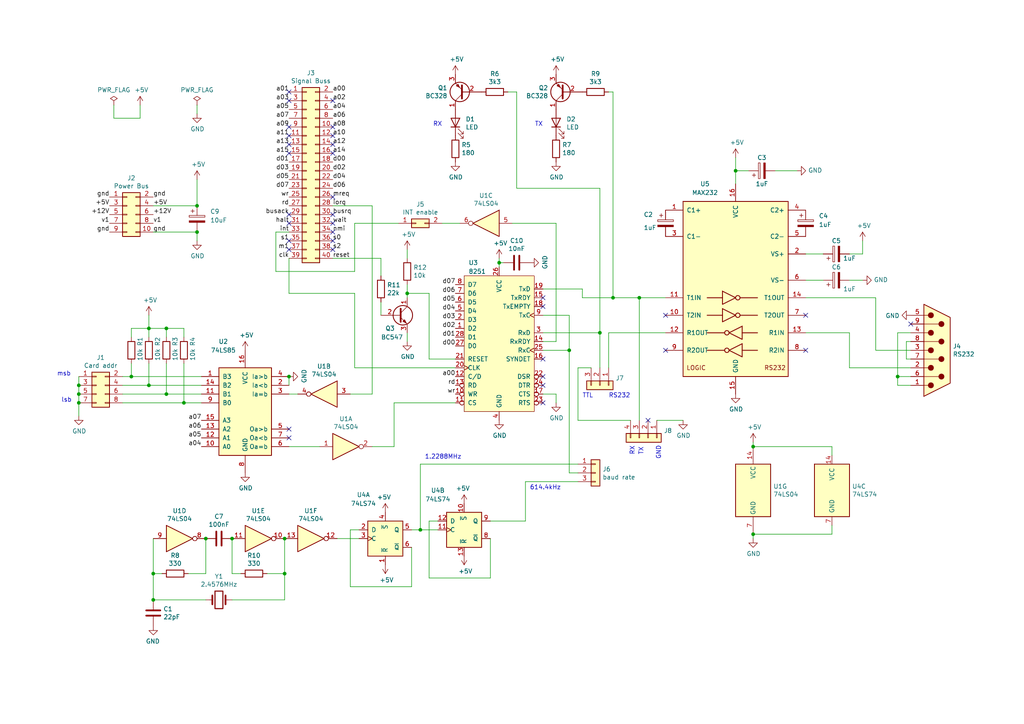
<source format=kicad_sch>
(kicad_sch (version 20211123) (generator eeschema)
  (paper "A4")
  (title_block (title "USART Card for Z80 Modular Computer"))
  (lib_symbols
    (symbol "74xx:74LS04"
      (property "Reference" "U" (at 0 1.27 0))
      (property "Value" "74LS04" (at 0 -1.27 0))
      (symbol "74LS04_1_0"
        (pin input line (at -7.62 0 0) (length 3.81) (name "~") (number "1"))
        (pin output inverted (at 7.62 0 180) (length 3.81) (name "~") (number "2"))
      )
      (symbol "74LS04_2_0"
        (pin input line (at -7.62 0 0) (length 3.81) (name "~") (number "3"))
        (pin output inverted (at 7.62 0 180) (length 3.81) (name "~") (number "4"))
      )
      (symbol "74LS04_3_0"
        (pin input line (at -7.62 0 0) (length 3.81) (name "~") (number "5"))
        (pin output inverted (at 7.62 0 180) (length 3.81) (name "~") (number "6"))
      )
      (symbol "74LS04_4_0"
        (pin output inverted (at 7.62 0 180) (length 3.81) (name "~") (number "8"))
        (pin input line (at -7.62 0 0) (length 3.81) (name "~") (number "9"))
      )
      (symbol "74LS04_5_0"
        (pin output inverted (at 7.62 0 180) (length 3.81) (name "~") (number "10"))
        (pin input line (at -7.62 0 0) (length 3.81) (name "~") (number "11"))
      )
      (symbol "74LS04_6_0"
        (pin output inverted (at 7.62 0 180) (length 3.81) (name "~") (number "12"))
        (pin input line (at -7.62 0 0) (length 3.81) (name "~") (number "13"))
      )
      (symbol "74LS04_7_0"
        (pin power_in line (at 0 12.7 270) (length 5.08) (name "VCC") (number "14"))
        (pin power_in line (at 0 -12.7 90) (length 5.08) (name "GND") (number "7"))
      )
    )
    (symbol "74xx:74LS74" (pin_names (offset 1.016))
      (property "Reference" "U" (at -7.62 8.89 0))
      (property "Value" "74LS74" (at -7.62 -8.89 0))
      (symbol "74LS74_1_0"
        (pin input line (at 0 -7.62 90) (length 2.54) (name "~{R}") (number "1"))
        (pin input line (at -7.62 2.54 0) (length 2.54) (name "D") (number "2"))
        (pin input clock (at -7.62 0 0) (length 2.54) (name "C") (number "3"))
        (pin input line (at 0 7.62 270) (length 2.54) (name "~{S}") (number "4"))
        (pin output line (at 7.62 2.54 180) (length 2.54) (name "Q") (number "5"))
        (pin output line (at 7.62 -2.54 180) (length 2.54) (name "~{Q}") (number "6"))
      )
      (symbol "74LS74_2_0"
        (pin input line (at 0 7.62 270) (length 2.54) (name "~{S}") (number "10"))
        (pin input clock (at -7.62 0 0) (length 2.54) (name "C") (number "11"))
        (pin input line (at -7.62 2.54 0) (length 2.54) (name "D") (number "12"))
        (pin input line (at 0 -7.62 90) (length 2.54) (name "~{R}") (number "13"))
        (pin output line (at 7.62 -2.54 180) (length 2.54) (name "~{Q}") (number "8"))
        (pin output line (at 7.62 2.54 180) (length 2.54) (name "Q") (number "9"))
      )
      (symbol "74LS74_3_0"
        (pin power_in line (at 0 10.16 270) (length 2.54) (name "VCC") (number "14"))
        (pin power_in line (at 0 -10.16 90) (length 2.54) (name "GND") (number "7"))
      )
    )
    (symbol "74xx:74LS85" (pin_names (offset 1.016))
      (property "Reference" "U" (at -7.62 13.97 0))
      (property "Value" "74LS85" (at -7.62 -13.97 0))
      (symbol "74LS85_1_0"
        (pin input line (at -12.7 10.16 0) (length 5.08) (name "B3") (number "1"))
        (pin input line (at -12.7 -10.16 0) (length 5.08) (name "A0") (number "10"))
        (pin input line (at -12.7 5.08 0) (length 5.08) (name "B1") (number "11"))
        (pin input line (at -12.7 -7.62 0) (length 5.08) (name "A1") (number "12"))
        (pin input line (at -12.7 -5.08 0) (length 5.08) (name "A2") (number "13"))
        (pin input line (at -12.7 7.62 0) (length 5.08) (name "B2") (number "14"))
        (pin input line (at -12.7 -2.54 0) (length 5.08) (name "A3") (number "15"))
        (pin power_in line (at 0 17.78 270) (length 5.08) (name "VCC") (number "16"))
        (pin input line (at 12.7 7.62 180) (length 5.08) (name "Ia<b") (number "2"))
        (pin input line (at 12.7 5.08 180) (length 5.08) (name "Ia=b") (number "3"))
        (pin input line (at 12.7 10.16 180) (length 5.08) (name "Ia>b") (number "4"))
        (pin output line (at 12.7 -5.08 180) (length 5.08) (name "Oa>b") (number "5"))
        (pin output line (at 12.7 -10.16 180) (length 5.08) (name "Oa=b") (number "6"))
        (pin output line (at 12.7 -7.62 180) (length 5.08) (name "Oa<b") (number "7"))
        (pin power_in line (at 0 -17.78 90) (length 5.08) (name "GND") (number "8"))
        (pin input line (at -12.7 2.54 0) (length 5.08) (name "B0") (number "9"))
      )
    )
    (symbol "Connector:DB9_Male" (pin_names (offset 1.016) hide)
      (property "Reference" "J" (at 0 13.97 0))
      (property "Value" "DB9_Male" (at 0 -14.605 0))
      (symbol "DB9_Male_1_1"
        (pin passive line (at -7.62 -10.16 0) (length 3.81) (name "1") (number "1"))
        (pin passive line (at -7.62 -5.08 0) (length 3.81) (name "2") (number "2"))
        (pin passive line (at -7.62 0 0) (length 3.81) (name "3") (number "3"))
        (pin passive line (at -7.62 5.08 0) (length 3.81) (name "4") (number "4"))
        (pin passive line (at -7.62 10.16 0) (length 3.81) (name "5") (number "5"))
        (pin passive line (at -7.62 -7.62 0) (length 3.81) (name "6") (number "6"))
        (pin passive line (at -7.62 -2.54 0) (length 3.81) (name "7") (number "7"))
        (pin passive line (at -7.62 2.54 0) (length 3.81) (name "8") (number "8"))
        (pin passive line (at -7.62 7.62 0) (length 3.81) (name "9") (number "9"))
      )
    )
    (symbol "Connector_Generic:Conn_01x03" (pin_names (offset 1.016) hide)
      (property "Reference" "J" (at 0 5.08 0))
      (property "Value" "Conn_01x03" (at 0 -5.08 0))
      (symbol "Conn_01x03_1_1"
        (pin passive line (at -5.08 2.54 0) (length 3.81) (name "Pin_1") (number "1"))
        (pin passive line (at -5.08 0 0) (length 3.81) (name "Pin_2") (number "2"))
        (pin passive line (at -5.08 -2.54 0) (length 3.81) (name "Pin_3") (number "3"))
      )
    )
    (symbol "Connector_Generic:Conn_01x04" (pin_names (offset 1.016) hide)
      (property "Reference" "J" (at 0 5.08 0))
      (property "Value" "Conn_01x04" (at 0 -7.62 0))
      (symbol "Conn_01x04_1_1"
        (pin passive line (at -5.08 2.54 0) (length 3.81) (name "Pin_1") (number "1"))
        (pin passive line (at -5.08 0 0) (length 3.81) (name "Pin_2") (number "2"))
        (pin passive line (at -5.08 -2.54 0) (length 3.81) (name "Pin_3") (number "3"))
        (pin passive line (at -5.08 -5.08 0) (length 3.81) (name "Pin_4") (number "4"))
      )
    )
    (symbol "Connector_Generic:Conn_02x01" (pin_names (offset 1.016) hide)
      (property "Reference" "J" (at 1.27 2.54 0))
      (property "Value" "Conn_02x01" (at 1.27 -2.54 0))
      (symbol "Conn_02x01_1_1"
        (pin passive line (at -5.08 0 0) (length 3.81) (name "Pin_1") (number "1"))
        (pin passive line (at 7.62 0 180) (length 3.81) (name "Pin_2") (number "2"))
      )
    )
    (symbol "Connector_Generic:Conn_02x04_Odd_Even" (pin_names (offset 1.016) hide)
      (property "Reference" "J" (at 1.27 5.08 0))
      (property "Value" "Conn_02x04_Odd_Even" (at 1.27 -7.62 0))
      (symbol "Conn_02x04_Odd_Even_1_1"
        (pin passive line (at -5.08 2.54 0) (length 3.81) (name "Pin_1") (number "1"))
        (pin passive line (at 7.62 2.54 180) (length 3.81) (name "Pin_2") (number "2"))
        (pin passive line (at -5.08 0 0) (length 3.81) (name "Pin_3") (number "3"))
        (pin passive line (at 7.62 0 180) (length 3.81) (name "Pin_4") (number "4"))
        (pin passive line (at -5.08 -2.54 0) (length 3.81) (name "Pin_5") (number "5"))
        (pin passive line (at 7.62 -2.54 180) (length 3.81) (name "Pin_6") (number "6"))
        (pin passive line (at -5.08 -5.08 0) (length 3.81) (name "Pin_7") (number "7"))
        (pin passive line (at 7.62 -5.08 180) (length 3.81) (name "Pin_8") (number "8"))
      )
    )
    (symbol "Connector_Generic:Conn_02x05_Odd_Even" (pin_names (offset 1.016) hide)
      (property "Reference" "J" (at 1.27 7.62 0))
      (property "Value" "Conn_02x05_Odd_Even" (at 1.27 -7.62 0))
      (symbol "Conn_02x05_Odd_Even_1_1"
        (pin passive line (at -5.08 5.08 0) (length 3.81) (name "Pin_1") (number "1"))
        (pin passive line (at 7.62 -5.08 180) (length 3.81) (name "Pin_10") (number "10"))
        (pin passive line (at 7.62 5.08 180) (length 3.81) (name "Pin_2") (number "2"))
        (pin passive line (at -5.08 2.54 0) (length 3.81) (name "Pin_3") (number "3"))
        (pin passive line (at 7.62 2.54 180) (length 3.81) (name "Pin_4") (number "4"))
        (pin passive line (at -5.08 0 0) (length 3.81) (name "Pin_5") (number "5"))
        (pin passive line (at 7.62 0 180) (length 3.81) (name "Pin_6") (number "6"))
        (pin passive line (at -5.08 -2.54 0) (length 3.81) (name "Pin_7") (number "7"))
        (pin passive line (at 7.62 -2.54 180) (length 3.81) (name "Pin_8") (number "8"))
        (pin passive line (at -5.08 -5.08 0) (length 3.81) (name "Pin_9") (number "9"))
      )
    )
    (symbol "Connector_Generic:Conn_02x20_Odd_Even" (pin_names (offset 1.016) hide)
      (property "Reference" "J" (at 1.27 25.4 0))
      (property "Value" "Conn_02x20_Odd_Even" (at 1.27 -27.94 0))
      (symbol "Conn_02x20_Odd_Even_1_1"
        (pin passive line (at -5.08 22.86 0) (length 3.81) (name "Pin_1") (number "1"))
        (pin passive line (at 7.62 12.7 180) (length 3.81) (name "Pin_10") (number "10"))
        (pin passive line (at -5.08 10.16 0) (length 3.81) (name "Pin_11") (number "11"))
        (pin passive line (at 7.62 10.16 180) (length 3.81) (name "Pin_12") (number "12"))
        (pin passive line (at -5.08 7.62 0) (length 3.81) (name "Pin_13") (number "13"))
        (pin passive line (at 7.62 7.62 180) (length 3.81) (name "Pin_14") (number "14"))
        (pin passive line (at -5.08 5.08 0) (length 3.81) (name "Pin_15") (number "15"))
        (pin passive line (at 7.62 5.08 180) (length 3.81) (name "Pin_16") (number "16"))
        (pin passive line (at -5.08 2.54 0) (length 3.81) (name "Pin_17") (number "17"))
        (pin passive line (at 7.62 2.54 180) (length 3.81) (name "Pin_18") (number "18"))
        (pin passive line (at -5.08 0 0) (length 3.81) (name "Pin_19") (number "19"))
        (pin passive line (at 7.62 22.86 180) (length 3.81) (name "Pin_2") (number "2"))
        (pin passive line (at 7.62 0 180) (length 3.81) (name "Pin_20") (number "20"))
        (pin passive line (at -5.08 -2.54 0) (length 3.81) (name "Pin_21") (number "21"))
        (pin passive line (at 7.62 -2.54 180) (length 3.81) (name "Pin_22") (number "22"))
        (pin passive line (at -5.08 -5.08 0) (length 3.81) (name "Pin_23") (number "23"))
        (pin passive line (at 7.62 -5.08 180) (length 3.81) (name "Pin_24") (number "24"))
        (pin passive line (at -5.08 -7.62 0) (length 3.81) (name "Pin_25") (number "25"))
        (pin passive line (at 7.62 -7.62 180) (length 3.81) (name "Pin_26") (number "26"))
        (pin passive line (at -5.08 -10.16 0) (length 3.81) (name "Pin_27") (number "27"))
        (pin passive line (at 7.62 -10.16 180) (length 3.81) (name "Pin_28") (number "28"))
        (pin passive line (at -5.08 -12.7 0) (length 3.81) (name "Pin_29") (number "29"))
        (pin passive line (at -5.08 20.32 0) (length 3.81) (name "Pin_3") (number "3"))
        (pin passive line (at 7.62 -12.7 180) (length 3.81) (name "Pin_30") (number "30"))
        (pin passive line (at -5.08 -15.24 0) (length 3.81) (name "Pin_31") (number "31"))
        (pin passive line (at 7.62 -15.24 180) (length 3.81) (name "Pin_32") (number "32"))
        (pin passive line (at -5.08 -17.78 0) (length 3.81) (name "Pin_33") (number "33"))
        (pin passive line (at 7.62 -17.78 180) (length 3.81) (name "Pin_34") (number "34"))
        (pin passive line (at -5.08 -20.32 0) (length 3.81) (name "Pin_35") (number "35"))
        (pin passive line (at 7.62 -20.32 180) (length 3.81) (name "Pin_36") (number "36"))
        (pin passive line (at -5.08 -22.86 0) (length 3.81) (name "Pin_37") (number "37"))
        (pin passive line (at 7.62 -22.86 180) (length 3.81) (name "Pin_38") (number "38"))
        (pin passive line (at -5.08 -25.4 0) (length 3.81) (name "Pin_39") (number "39"))
        (pin passive line (at 7.62 20.32 180) (length 3.81) (name "Pin_4") (number "4"))
        (pin passive line (at 7.62 -25.4 180) (length 3.81) (name "Pin_40") (number "40"))
        (pin passive line (at -5.08 17.78 0) (length 3.81) (name "Pin_5") (number "5"))
        (pin passive line (at 7.62 17.78 180) (length 3.81) (name "Pin_6") (number "6"))
        (pin passive line (at -5.08 15.24 0) (length 3.81) (name "Pin_7") (number "7"))
        (pin passive line (at 7.62 15.24 180) (length 3.81) (name "Pin_8") (number "8"))
        (pin passive line (at -5.08 12.7 0) (length 3.81) (name "Pin_9") (number "9"))
      )
    )
    (symbol "Device:C" (pin_numbers hide) (pin_names (offset 0.254))
      (property "Reference" "C" (at 0.635 2.54 0))
      (property "Value" "C" (at 0.635 -2.54 0))
      (symbol "C_1_1"
        (pin passive line (at 0 3.81 270) (length 2.794) (name "~") (number "1"))
        (pin passive line (at 0 -3.81 90) (length 2.794) (name "~") (number "2"))
      )
    )
    (symbol "Device:C_Polarized" (pin_numbers hide) (pin_names (offset 0.254))
      (property "Reference" "C" (at 0.635 2.54 0))
      (property "Value" "C_Polarized" (at 0.635 -2.54 0))
      (symbol "C_Polarized_1_1"
        (pin passive line (at 0 3.81 270) (length 2.794) (name "~") (number "1"))
        (pin passive line (at 0 -3.81 90) (length 2.794) (name "~") (number "2"))
      )
    )
    (symbol "Device:Crystal" (pin_numbers hide) (pin_names (offset 1.016) hide)
      (property "Reference" "Y" (at 0 3.81 0))
      (property "Value" "Crystal" (at 0 -3.81 0))
      (symbol "Crystal_1_1"
        (pin passive line (at -3.81 0 0) (length 1.27) (name "1") (number "1"))
        (pin passive line (at 3.81 0 180) (length 1.27) (name "2") (number "2"))
      )
    )
    (symbol "Device:LED" (pin_numbers hide) (pin_names (offset 1.016) hide)
      (property "Reference" "D" (at 0 2.54 0))
      (property "Value" "LED" (at 0 -2.54 0))
      (symbol "LED_1_1"
        (pin passive line (at -3.81 0 0) (length 2.54) (name "K") (number "1"))
        (pin passive line (at 3.81 0 180) (length 2.54) (name "A") (number "2"))
      )
    )
    (symbol "Device:R" (pin_numbers hide) (pin_names (offset 0))
      (property "Reference" "R" (at 2.032 0 90))
      (property "Value" "R" (at 0 0 90))
      (symbol "R_1_1"
        (pin passive line (at 0 3.81 270) (length 1.27) (name "~") (number "1"))
        (pin passive line (at 0 -3.81 90) (length 1.27) (name "~") (number "2"))
      )
    )
    (symbol "Interface_UART:MAX232" (pin_names (offset 1.016))
      (property "Reference" "U" (at -2.54 28.575 0))
      (property "Value" "MAX232" (at -2.54 26.67 0))
      (symbol "MAX232_0_0"
        (text "LOGIC" (at -11.43 -22.86 0) (effects (font (size 1.27 1.27))))
        (text "RS232" (at 11.43 -22.86 0) (effects (font (size 1.27 1.27))))
      )
      (symbol "MAX232_1_1"
        (pin passive line (at -20.32 22.86 0) (length 5.08) (name "C1+") (number "1"))
        (pin input line (at -20.32 -7.62 0) (length 5.08) (name "T2IN") (number "10"))
        (pin input line (at -20.32 -2.54 0) (length 5.08) (name "T1IN") (number "11"))
        (pin output line (at -20.32 -12.7 0) (length 5.08) (name "R1OUT") (number "12"))
        (pin input line (at 20.32 -12.7 180) (length 5.08) (name "R1IN") (number "13"))
        (pin output line (at 20.32 -2.54 180) (length 5.08) (name "T1OUT") (number "14"))
        (pin power_in line (at 0 -30.48 90) (length 5.08) (name "GND") (number "15"))
        (pin power_in line (at 0 30.48 270) (length 5.08) (name "VCC") (number "16"))
        (pin power_out line (at 20.32 10.16 180) (length 5.08) (name "VS+") (number "2"))
        (pin passive line (at -20.32 15.24 0) (length 5.08) (name "C1-") (number "3"))
        (pin passive line (at 20.32 22.86 180) (length 5.08) (name "C2+") (number "4"))
        (pin passive line (at 20.32 15.24 180) (length 5.08) (name "C2-") (number "5"))
        (pin power_out line (at 20.32 2.54 180) (length 5.08) (name "VS-") (number "6"))
        (pin output line (at 20.32 -7.62 180) (length 5.08) (name "T2OUT") (number "7"))
        (pin input line (at 20.32 -17.78 180) (length 5.08) (name "R2IN") (number "8"))
        (pin output line (at -20.32 -17.78 0) (length 5.08) (name "R2OUT") (number "9"))
      )
    )
    (symbol "Transistor_BJT:BC328" (pin_names (offset 0) hide)
      (property "Reference" "Q" (at 5.08 1.905 0))
      (property "Value" "BC328" (at 5.08 0 0))
      (symbol "BC328_1_1"
        (pin passive line (at 2.54 5.08 270) (length 2.54) (name "C") (number "1"))
        (pin input line (at -5.08 0 0) (length 5.715) (name "B") (number "2"))
        (pin passive line (at 2.54 -5.08 90) (length 2.54) (name "E") (number "3"))
      )
    )
    (symbol "Transistor_BJT:BC547" (pin_names (offset 0) hide)
      (property "Reference" "Q" (at 5.08 1.905 0))
      (property "Value" "BC547" (at 5.08 0 0))
      (symbol "BC547_1_1"
        (pin passive line (at 2.54 5.08 270) (length 2.54) (name "C") (number "1"))
        (pin input line (at -5.08 0 0) (length 5.08) (name "B") (number "2"))
        (pin passive line (at 2.54 -5.08 90) (length 2.54) (name "E") (number "3"))
      )
    )
    (symbol "USART_8251:8251" (pin_names (offset 1.016))
      (property "Reference" "U" (at 0 5.08 0))
      (property "Value" "8251" (at 0 2.54 0))
      (symbol "8251_1_1"
        (pin bidirectional line (at -12.7 2.54 0) (length 2.54) (name "D2") (number "1"))
        (pin input inverted (at -12.7 -16.51 0) (length 2.54) (name "WR") (number "10"))
        (pin input inverted (at -12.7 -19.05 0) (length 2.54) (name "CS") (number "11"))
        (pin input line (at -12.7 -11.43 0) (length 2.54) (name "C/D") (number "12"))
        (pin input inverted (at -12.7 -13.97 0) (length 2.54) (name "RD") (number "13"))
        (pin output line (at 12.7 -1.27 180) (length 2.54) (name "RxRDY") (number "14"))
        (pin output line (at 12.7 11.43 180) (length 2.54) (name "TxRDY") (number "15"))
        (pin bidirectional line (at 12.7 -6.35 180) (length 2.54) (name "SYNDET") (number "16"))
        (pin input inverted (at 12.7 -16.51 180) (length 2.54) (name "CTS") (number "17"))
        (pin output line (at 12.7 8.89 180) (length 2.54) (name "TxEMPTY") (number "18"))
        (pin output line (at 12.7 13.97 180) (length 2.54) (name "TxD") (number "19"))
        (pin bidirectional line (at -12.7 5.08 0) (length 2.54) (name "D3") (number "2"))
        (pin input clock (at -12.7 -8.89 0) (length 2.54) (name "CLK") (number "20"))
        (pin input line (at -12.7 -6.35 0) (length 2.54) (name "RESET") (number "21"))
        (pin input inverted (at 12.7 -11.43 180) (length 2.54) (name "DSR") (number "22"))
        (pin output inverted (at 12.7 -19.05 180) (length 2.54) (name "RTS") (number "23"))
        (pin output inverted (at 12.7 -13.97 180) (length 2.54) (name "DTR") (number "24"))
        (pin input clock (at 12.7 -3.81 180) (length 2.54) (name "RxC") (number "25"))
        (pin power_in line (at 0 20.32 270) (length 2.54) (name "VCC") (number "26"))
        (pin bidirectional line (at -12.7 -2.54 0) (length 2.54) (name "D0") (number "27"))
        (pin bidirectional line (at -12.7 0 0) (length 2.54) (name "D1") (number "28"))
        (pin input line (at 12.7 1.27 180) (length 2.54) (name "RxD") (number "3"))
        (pin power_in line (at 0 -24.13 90) (length 2.54) (name "GND") (number "4"))
        (pin bidirectional line (at -12.7 7.62 0) (length 2.54) (name "D4") (number "5"))
        (pin bidirectional line (at -12.7 10.16 0) (length 2.54) (name "D5") (number "6"))
        (pin bidirectional line (at -12.7 12.7 0) (length 2.54) (name "D6") (number "7"))
        (pin bidirectional line (at -12.7 15.24 0) (length 2.54) (name "D7") (number "8"))
        (pin input clock (at 12.7 6.35 180) (length 2.54) (name "TxC") (number "9"))
      )
    )
    (symbol "power:+5V" (power) (pin_names (offset 0))
      (property "Value" "+5V" (at 0 3.556 0))
      (symbol "+5V_1_1"
        (pin power_in line (at 0 0 90) (length 0) hide (name "+5V") (number "1"))
      )
    )
    (symbol "power:GND" (power) (pin_names (offset 0))
      (property "Value" "GND" (at 0 -3.81 0))
      (symbol "GND_1_1"
        (pin power_in line (at 0 0 270) (length 0) hide (name "GND") (number "1"))
      )
    )
    (symbol "power:PWR_FLAG" (power) (pin_numbers hide) (pin_names (offset 0) hide)
      (property "Value" "PWR_FLAG" (at 0 3.81 0))
      (symbol "PWR_FLAG_0_0"
        (pin power_out line (at 0 0 90) (length 0) (name "pwr") (number "1"))
      )
    )
  )
  (junction (at 218.44 154.94))
  (junction (at 48.26 95.25))
  (junction (at 260.35 109.22))
  (junction (at 185.42 86.36))
  (junction (at 59.69 156.21))
  (junction (at 177.8 86.36))
  (junction (at 43.18 111.76))
  (junction (at 118.11 85.09))
  (junction (at 144.78 76.2))
  (junction (at 53.34 116.84))
  (junction (at 83.82 109.22))
  (junction (at 82.55 156.21))
  (junction (at 82.55 166.37))
  (junction (at 57.15 67.31))
  (junction (at 48.26 114.3))
  (junction (at 213.36 49.53))
  (junction (at 121.92 153.67))
  (junction (at 218.44 129.54))
  (junction (at 67.31 156.21))
  (junction (at 165.1 101.6))
  (junction (at 173.99 96.52))
  (junction (at 38.1 109.22))
  (junction (at 44.45 173.99))
  (junction (at 22.86 114.3))
  (junction (at 44.45 166.37))
  (junction (at 57.15 59.69))
  (junction (at 22.86 111.76))
  (junction (at 22.86 116.84))
  (junction (at 43.18 95.25))
  (no_connect (at 233.68 101.6))
  (no_connect (at 96.52 62.23))
  (no_connect (at 157.48 109.22))
  (no_connect (at 193.04 91.44))
  (no_connect (at 83.82 62.23))
  (no_connect (at 83.82 29.21))
  (no_connect (at 83.82 26.67))
  (no_connect (at 83.82 44.45))
  (no_connect (at 83.82 124.46))
  (no_connect (at 96.52 72.39))
  (no_connect (at 83.82 127))
  (no_connect (at 264.16 93.98))
  (no_connect (at 96.52 44.45))
  (no_connect (at 96.52 29.21))
  (no_connect (at 83.82 36.83))
  (no_connect (at 83.82 69.85))
  (no_connect (at 83.82 39.37))
  (no_connect (at 96.52 39.37))
  (no_connect (at 96.52 69.85))
  (no_connect (at 187.96 121.92))
  (no_connect (at 96.52 41.91))
  (no_connect (at 96.52 57.15))
  (no_connect (at 83.82 41.91))
  (no_connect (at 157.48 88.9))
  (no_connect (at 193.04 101.6))
  (no_connect (at 83.82 64.77))
  (no_connect (at 233.68 91.44))
  (no_connect (at 96.52 67.31))
  (no_connect (at 83.82 72.39))
  (no_connect (at 96.52 64.77))
  (no_connect (at 96.52 36.83))
  (no_connect (at 157.48 104.14))
  (no_connect (at 157.48 86.36))
  (no_connect (at 157.48 116.84))
  (no_connect (at 336.55 27.94))
  (no_connect (at 157.48 111.76))
  (wire (pts (xy 97.79 156.21) (xy 104.14 156.21)))
  (wire (pts (xy 157.48 114.3) (xy 161.29 114.3)))
  (wire (pts (xy 218.44 154.94) (xy 241.3 154.94)))
  (wire (pts (xy 118.11 72.39) (xy 118.11 74.93)))
  (wire (pts (xy 260.35 109.22) (xy 264.16 109.22)))
  (wire (pts (xy 114.3 116.84) (xy 114.3 129.54)))
  (wire (pts (xy 124.46 151.13) (xy 124.46 167.64)))
  (wire (pts (xy 241.3 129.54) (xy 241.3 132.08)))
  (wire (pts (xy 176.53 96.52) (xy 176.53 106.68)))
  (wire (pts (xy 198.12 121.92) (xy 190.5 121.92)))
  (wire (pts (xy 233.68 73.66) (xy 238.76 73.66)))
  (wire (pts (xy 161.29 114.3) (xy 161.29 116.84)))
  (wire (pts (xy 213.36 45.72) (xy 213.36 49.53)))
  (wire (pts (xy 83.82 67.31) (xy 80.01 67.31)))
  (wire (pts (xy 96.52 59.69) (xy 107.95 59.69)))
  (wire (pts (xy 104.14 153.67) (xy 101.6 153.67)))
  (wire (pts (xy 59.69 173.99) (xy 44.45 173.99)))
  (wire (pts (xy 83.82 109.22) (xy 83.82 111.76)))
  (wire (pts (xy 127 151.13) (xy 124.46 151.13)))
  (wire (pts (xy 43.18 97.79) (xy 43.18 95.25)))
  (wire (pts (xy 167.64 106.68) (xy 171.45 106.68)))
  (wire (pts (xy 241.3 154.94) (xy 241.3 152.4)))
  (wire (pts (xy 53.34 116.84) (xy 58.42 116.84)))
  (wire (pts (xy 132.08 116.84) (xy 114.3 116.84)))
  (wire (pts (xy 218.44 128.27) (xy 218.44 129.54)))
  (wire (pts (xy 231.14 49.53) (xy 224.79 49.53)))
  (wire (pts (xy 33.02 30.48) (xy 33.02 34.29)))
  (wire (pts (xy 152.4 151.13) (xy 142.24 151.13)))
  (wire (pts (xy 118.11 96.52) (xy 118.11 99.06)))
  (wire (pts (xy 218.44 156.21) (xy 218.44 154.94)))
  (wire (pts (xy 35.56 111.76) (xy 43.18 111.76)))
  (wire (pts (xy 118.11 85.09) (xy 118.11 86.36)))
  (wire (pts (xy 38.1 97.79) (xy 38.1 95.25)))
  (wire (pts (xy 254 86.36) (xy 233.68 86.36)))
  (wire (pts (xy 250.19 81.28) (xy 246.38 81.28)))
  (wire (pts (xy 121.92 134.62) (xy 121.92 153.67)))
  (wire (pts (xy 57.15 69.85) (xy 57.15 67.31)))
  (wire (pts (xy 167.64 139.7) (xy 152.4 139.7)))
  (wire (pts (xy 102.87 85.09) (xy 83.82 85.09)))
  (wire (pts (xy 43.18 111.76) (xy 58.42 111.76)))
  (wire (pts (xy 44.45 173.99) (xy 44.45 166.37)))
  (wire (pts (xy 260.35 111.76) (xy 264.16 111.76)))
  (wire (pts (xy 53.34 95.25) (xy 53.34 97.79)))
  (wire (pts (xy 57.15 59.69) (xy 44.45 59.69)))
  (wire (pts (xy 173.99 96.52) (xy 173.99 106.68)))
  (wire (pts (xy 40.64 34.29) (xy 40.64 30.48)))
  (wire (pts (xy 124.46 167.64) (xy 142.24 167.64)))
  (wire (pts (xy 102.87 64.77) (xy 115.57 64.77)))
  (wire (pts (xy 246.38 96.52) (xy 233.68 96.52)))
  (wire (pts (xy 149.86 26.67) (xy 149.86 54.61)))
  (wire (pts (xy 22.86 109.22) (xy 22.86 111.76)))
  (wire (pts (xy 101.6 153.67) (xy 101.6 170.18)))
  (wire (pts (xy 233.68 81.28) (xy 238.76 81.28)))
  (wire (pts (xy 185.42 86.36) (xy 177.8 86.36)))
  (wire (pts (xy 124.46 85.09) (xy 124.46 104.14)))
  (wire (pts (xy 58.42 109.22) (xy 38.1 109.22)))
  (wire (pts (xy 132.08 106.68) (xy 102.87 106.68)))
  (wire (pts (xy 38.1 95.25) (xy 43.18 95.25)))
  (wire (pts (xy 132.08 104.14) (xy 124.46 104.14)))
  (wire (pts (xy 43.18 95.25) (xy 48.26 95.25)))
  (wire (pts (xy 67.31 156.21) (xy 67.31 166.37)))
  (wire (pts (xy 53.34 105.41) (xy 53.34 116.84)))
  (wire (pts (xy 157.48 99.06) (xy 161.29 99.06)))
  (wire (pts (xy 260.35 109.22) (xy 260.35 111.76)))
  (wire (pts (xy 80.01 67.31) (xy 80.01 78.74)))
  (wire (pts (xy 246.38 73.66) (xy 250.19 73.66)))
  (wire (pts (xy 157.48 101.6) (xy 165.1 101.6)))
  (wire (pts (xy 133.35 64.77) (xy 128.27 64.77)))
  (wire (pts (xy 118.11 82.55) (xy 118.11 85.09)))
  (wire (pts (xy 157.48 96.52) (xy 173.99 96.52)))
  (wire (pts (xy 83.82 114.3) (xy 86.36 114.3)))
  (wire (pts (xy 22.86 114.3) (xy 22.86 116.84)))
  (wire (pts (xy 121.92 153.67) (xy 127 153.67)))
  (wire (pts (xy 22.86 111.76) (xy 22.86 114.3)))
  (wire (pts (xy 165.1 137.16) (xy 167.64 137.16)))
  (wire (pts (xy 262.89 99.06) (xy 262.89 104.14)))
  (wire (pts (xy 92.71 129.54) (xy 83.82 129.54)))
  (wire (pts (xy 48.26 95.25) (xy 53.34 95.25)))
  (wire (pts (xy 167.64 134.62) (xy 121.92 134.62)))
  (wire (pts (xy 114.3 129.54) (xy 107.95 129.54)))
  (wire (pts (xy 167.64 106.68) (xy 167.64 121.92)))
  (wire (pts (xy 185.42 121.92) (xy 185.42 86.36)))
  (wire (pts (xy 213.36 49.53) (xy 213.36 53.34)))
  (wire (pts (xy 82.55 166.37) (xy 77.47 166.37)))
  (wire (pts (xy 246.38 106.68) (xy 246.38 96.52)))
  (wire (pts (xy 260.35 96.52) (xy 260.35 109.22)))
  (wire (pts (xy 82.55 173.99) (xy 82.55 166.37)))
  (wire (pts (xy 82.55 156.21) (xy 82.55 166.37)))
  (wire (pts (xy 217.17 49.53) (xy 213.36 49.53)))
  (wire (pts (xy 57.15 67.31) (xy 44.45 67.31)))
  (wire (pts (xy 110.49 87.63) (xy 110.49 91.44)))
  (wire (pts (xy 157.48 83.82) (xy 168.91 83.82)))
  (wire (pts (xy 48.26 97.79) (xy 48.26 95.25)))
  (wire (pts (xy 144.78 76.2) (xy 144.78 77.47)))
  (wire (pts (xy 254 101.6) (xy 254 86.36)))
  (wire (pts (xy 48.26 105.41) (xy 48.26 114.3)))
  (wire (pts (xy 43.18 91.44) (xy 43.18 95.25)))
  (wire (pts (xy 161.29 64.77) (xy 161.29 99.06)))
  (wire (pts (xy 264.16 106.68) (xy 246.38 106.68)))
  (wire (pts (xy 59.69 166.37) (xy 54.61 166.37)))
  (wire (pts (xy 165.1 101.6) (xy 165.1 137.16)))
  (wire (pts (xy 38.1 109.22) (xy 35.56 109.22)))
  (wire (pts (xy 44.45 156.21) (xy 44.45 166.37)))
  (wire (pts (xy 250.19 73.66) (xy 250.19 69.85)))
  (wire (pts (xy 264.16 99.06) (xy 262.89 99.06)))
  (wire (pts (xy 33.02 34.29) (xy 40.64 34.29)))
  (wire (pts (xy 107.95 59.69) (xy 107.95 114.3)))
  (wire (pts (xy 58.42 114.3) (xy 48.26 114.3)))
  (wire (pts (xy 264.16 101.6) (xy 254 101.6)))
  (wire (pts (xy 57.15 30.48) (xy 57.15 33.02)))
  (wire (pts (xy 80.01 78.74) (xy 102.87 78.74)))
  (wire (pts (xy 177.8 26.67) (xy 176.53 26.67)))
  (wire (pts (xy 193.04 86.36) (xy 185.42 86.36)))
  (wire (pts (xy 193.04 96.52) (xy 176.53 96.52)))
  (wire (pts (xy 59.69 156.21) (xy 59.69 166.37)))
  (wire (pts (xy 142.24 167.64) (xy 142.24 156.21)))
  (wire (pts (xy 102.87 106.68) (xy 102.87 85.09)))
  (wire (pts (xy 35.56 116.84) (xy 53.34 116.84)))
  (wire (pts (xy 38.1 105.41) (xy 38.1 109.22)))
  (wire (pts (xy 152.4 139.7) (xy 152.4 151.13)))
  (wire (pts (xy 147.32 26.67) (xy 149.86 26.67)))
  (wire (pts (xy 110.49 74.93) (xy 110.49 80.01)))
  (wire (pts (xy 177.8 26.67) (xy 177.8 86.36)))
  (wire (pts (xy 102.87 64.77) (xy 102.87 78.74)))
  (wire (pts (xy 168.91 83.82) (xy 168.91 86.36)))
  (wire (pts (xy 161.29 64.77) (xy 148.59 64.77)))
  (wire (pts (xy 165.1 91.44) (xy 165.1 101.6)))
  (wire (pts (xy 119.38 170.18) (xy 119.38 158.75)))
  (wire (pts (xy 57.15 52.07) (xy 57.15 59.69)))
  (wire (pts (xy 177.8 86.36) (xy 168.91 86.36)))
  (wire (pts (xy 264.16 96.52) (xy 260.35 96.52)))
  (wire (pts (xy 67.31 166.37) (xy 69.85 166.37)))
  (wire (pts (xy 119.38 153.67) (xy 121.92 153.67)))
  (wire (pts (xy 157.48 91.44) (xy 165.1 91.44)))
  (wire (pts (xy 67.31 173.99) (xy 82.55 173.99)))
  (wire (pts (xy 22.86 120.65) (xy 22.86 116.84)))
  (wire (pts (xy 149.86 54.61) (xy 173.99 54.61)))
  (wire (pts (xy 101.6 114.3) (xy 107.95 114.3)))
  (wire (pts (xy 44.45 166.37) (xy 46.99 166.37)))
  (wire (pts (xy 218.44 129.54) (xy 241.3 129.54)))
  (wire (pts (xy 101.6 170.18) (xy 119.38 170.18)))
  (wire (pts (xy 173.99 54.61) (xy 173.99 96.52)))
  (wire (pts (xy 96.52 74.93) (xy 110.49 74.93)))
  (wire (pts (xy 144.78 74.93) (xy 144.78 76.2)))
  (wire (pts (xy 262.89 104.14) (xy 264.16 104.14)))
  (wire (pts (xy 43.18 105.41) (xy 43.18 111.76)))
  (wire (pts (xy 83.82 85.09) (xy 83.82 74.93)))
  (wire (pts (xy 182.88 121.92) (xy 167.64 121.92)))
  (wire (pts (xy 146.05 76.2) (xy 144.78 76.2)))
  (wire (pts (xy 118.11 85.09) (xy 124.46 85.09)))
  (wire (pts (xy 48.26 114.3) (xy 35.56 114.3)))
  (text "msb" (at 16.51 109.22 0) (effects (font (size 1.27 1.27)) (justify left bottom)))
  (text "lsb" (at 17.78 116.84 0) (effects (font (size 1.27 1.27)) (justify left bottom)))
  (text "RX" (at 128.27 36.83 180) (effects (font (size 1.27 1.27)) (justify right bottom)))
  (text "RS232" (at 176.53 115.57 0) (effects (font (size 1.27 1.27)) (justify left bottom)))
  (text "TX" (at 186.69 132.08 90) (effects (font (size 1.27 1.27)) (justify left bottom)))
  (text "614.4kHz" (at 153.67 142.24 0) (effects (font (size 1.27 1.27)) (justify left bottom)))
  (text "GND" (at 191.77 133.35 90) (effects (font (size 1.27 1.27)) (justify left bottom)))
  (text "1.2288MHz" (at 123.19 133.35 0) (effects (font (size 1.27 1.27)) (justify left bottom)))
  (text "TTL" (at 168.91 115.57 0) (effects (font (size 1.27 1.27)) (justify left bottom)))
  (text "RX" (at 184.15 132.08 90) (effects (font (size 1.27 1.27)) (justify left bottom)))
  (text "TX" (at 157.48 36.83 180) (effects (font (size 1.27 1.27)) (justify right bottom)))
  (label "a00" (at 96.52 26.67 0))
  (label "a10" (at 96.52 39.37 0))
  (label "d07" (at 83.82 54.61 180))
  (label "a13" (at 83.82 41.91 180))
  (label "a07" (at 58.42 121.92 180))
  (label "a12" (at 96.52 41.91 0))
  (label "a04" (at 58.42 129.54 180))
  (label "a02" (at 96.52 29.21 0))
  (label "s1" (at 83.82 69.85 180))
  (label "a04" (at 96.52 31.75 0))
  (label "d03" (at 83.82 49.53 180))
  (label "int" (at 83.82 67.31 180))
  (label "a05" (at 58.42 127 180))
  (label "a06" (at 96.52 34.29 0))
  (label "halt" (at 83.82 64.77 180))
  (label "d03" (at 132.08 92.71 180))
  (label "a06" (at 58.42 124.46 180))
  (label "a09" (at 83.82 36.83 180))
  (label "d00" (at 132.08 100.33 180))
  (label "a11" (at 83.82 39.37 180))
  (label "clk" (at 83.82 74.93 180))
  (label "a07" (at 83.82 34.29 180))
  (label "+5V" (at 31.75 59.69 180))
  (label "a01" (at 83.82 26.67 180))
  (label "wr" (at 132.08 114.3 180))
  (label "m1" (at 83.82 72.39 180))
  (label "wait" (at 96.52 64.77 0))
  (label "wr" (at 83.82 57.15 180))
  (label "iorq" (at 96.52 59.69 0))
  (label "gnd" (at 44.45 57.15 0))
  (label "d02" (at 132.08 95.25 180))
  (label "d04" (at 96.52 52.07 0))
  (label "+5V" (at 44.45 59.69 0))
  (label "rd" (at 83.82 59.69 180))
  (label "a15" (at 83.82 44.45 180))
  (label "a14" (at 96.52 44.45 0))
  (label "reset" (at 96.52 74.93 0))
  (label "d06" (at 96.52 54.61 0))
  (label "gnd" (at 44.45 67.31 0))
  (label "+12V" (at 31.75 62.23 180))
  (label "v1" (at 31.75 64.77 180))
  (label "v1" (at 44.45 64.77 0))
  (label "d07" (at 132.08 82.55 180))
  (label "a08" (at 96.52 36.83 0))
  (label "mreq" (at 96.52 57.15 0))
  (label "d00" (at 96.52 46.99 0))
  (label "busack" (at 83.82 62.23 180))
  (label "s0" (at 96.52 69.85 0))
  (label "d01" (at 83.82 46.99 180))
  (label "+12V" (at 44.45 62.23 0))
  (label "busrq" (at 96.52 62.23 0))
  (label "a00" (at 132.08 109.22 180))
  (label "s2" (at 96.52 72.39 0))
  (label "d05" (at 132.08 87.63 180))
  (label "nmi" (at 96.52 67.31 0))
  (label "a05" (at 83.82 31.75 180))
  (label "gnd" (at 31.75 67.31 180))
  (label "d05" (at 83.82 52.07 180))
  (label "gnd" (at 31.75 57.15 180))
  (label "a03" (at 83.82 29.21 180))
  (label "rd" (at 132.08 111.76 180))
  (label "d06" (at 132.08 85.09 180))
  (label "d04" (at 132.08 90.17 180))
  (label "d02" (at 96.52 49.53 0))
  (label "d01" (at 132.08 97.79 180))
  (symbol (lib_id "Connector_Generic:Conn_02x05_Odd_Even") (at 36.83 62.23 0) (unit 1)
    (property "Reference" "J2" (at 38.1 51.6382 0))
    (property "Value" "Power Bus" (at 38.1 53.9496 0))
  )
  (symbol (lib_id "Connector_Generic:Conn_02x20_Odd_Even") (at 88.9 49.53 0) (unit 1)
    (property "Reference" "J3" (at 90.17 21.1582 0))
    (property "Value" "Signal Buss" (at 90.17 23.4696 0))
  )
  (symbol (lib_id "power:+5V") (at 57.15 52.07 0) (unit 1)
    (property "Reference" "#PWR07" (effects hide))
    (property "Value" "+5V" (at 57.531 47.6758 0))
  )
  (symbol (lib_id "power:GND") (at 57.15 69.85 0) (unit 1)
    (property "Reference" "#PWR08" (effects hide))
    (property "Value" "GND" (at 57.277 74.2442 0))
  )
  (symbol (lib_id "power:PWR_FLAG") (at 33.02 30.48 0) (unit 1)
    (property "Reference" "#FLG01" (effects hide))
    (property "Value" "PWR_FLAG" (at 33.02 26.0858 0))
  )
  (symbol (lib_id "power:PWR_FLAG") (at 57.15 30.48 0) (unit 1)
    (property "Reference" "#FLG02" (effects hide))
    (property "Value" "PWR_FLAG" (at 57.15 26.0858 0))
  )
  (symbol (lib_id "power:GND") (at 57.15 33.02 0) (unit 1)
    (property "Reference" "#PWR06" (effects hide))
    (property "Value" "GND" (at 57.277 37.4142 0))
  )
  (symbol (lib_id "power:+5V") (at 40.64 30.48 0) (unit 1)
    (property "Reference" "#PWR02" (effects hide))
    (property "Value" "+5V" (at 41.021 26.0858 0))
  )
  (symbol (lib_id "power:GND") (at 218.44 156.21 0) (unit 1)
    (property "Reference" "#PWR05" (effects hide))
    (property "Value" "GND" (at 218.567 160.6042 0))
  )
  (symbol (lib_id "power:+5V") (at 218.44 128.27 0) (unit 1)
    (property "Reference" "#PWR04" (effects hide))
    (property "Value" "+5V" (at 218.821 123.8758 0))
  )
  (symbol (lib_id "74xx:74LS85") (at 71.12 119.38 0) (unit 1)
    (property "Reference" "U2" (at 64.77 99.06 0))
    (property "Value" "74LS85" (at 64.77 101.6 0))
    (property "Datasheet" "http://www.ti.com/lit/gpn/sn74LS85" (effects hide))
  )
  (symbol (lib_id "Interface_UART:MAX232") (at 213.36 83.82 0) (unit 1)
    (property "Reference" "U5" (at 204.47 53.34 0))
    (property "Value" "MAX232" (at 204.47 55.88 0))
    (property "Datasheet" "http://www.ti.com/lit/ds/symlink/max232.pdf" (effects hide))
  )
  (symbol (lib_id "Connector:DB9_Male") (at 271.78 101.6 0) (unit 1)
    (property "Reference" "J4" (at 276.352 100.4316 0) (effects (justify left)))
    (property "Value" "RS232" (at 276.352 102.743 0) (effects (justify left)))
    (property "Datasheet" " ~" (effects hide))
  )
  (symbol (lib_id "Connector_Generic:Conn_02x04_Odd_Even") (at 27.94 111.76 0) (unit 1)
    (property "Reference" "J1" (at 29.21 103.7082 0))
    (property "Value" "Card addr" (at 29.21 106.0196 0))
  )
  (symbol (lib_id "power:+5V") (at 71.12 101.6 0) (unit 1)
    (property "Reference" "#PWR09" (effects hide))
    (property "Value" "+5V" (at 71.501 97.2058 0))
  )
  (symbol (lib_id "power:GND") (at 71.12 137.16 0) (unit 1)
    (property "Reference" "#PWR010" (effects hide))
    (property "Value" "GND" (at 71.247 141.5542 0))
  )
  (symbol (lib_id "power:GND") (at 83.82 109.22 90) (unit 1)
    (property "Reference" "#PWR012" (effects hide))
    (property "Value" "GND" (at 88.2142 109.093 0))
  )
  (symbol (lib_id "Device:R") (at 38.1 101.6 0) (unit 1)
    (property "Reference" "R1" (at 40.64 99.06 90))
    (property "Value" "10k" (at 40.64 102.87 90))
  )
  (symbol (lib_id "Device:R") (at 43.18 101.6 0) (unit 1)
    (property "Reference" "R2" (at 45.72 99.06 90))
    (property "Value" "10k" (at 45.72 102.87 90))
  )
  (symbol (lib_id "Device:R") (at 48.26 101.6 0) (unit 1)
    (property "Reference" "R3" (at 50.8 99.06 90))
    (property "Value" "10k" (at 50.8 102.87 90))
  )
  (symbol (lib_id "Device:R") (at 53.34 101.6 0) (unit 1)
    (property "Reference" "R4" (at 55.88 99.06 90))
    (property "Value" "10k" (at 55.88 102.87 90))
  )
  (symbol (lib_id "power:+5V") (at 43.18 91.44 0) (unit 1)
    (property "Reference" "#PWR03" (effects hide))
    (property "Value" "+5V" (at 43.561 87.0458 0))
  )
  (symbol (lib_id "power:GND") (at 22.86 120.65 0) (unit 1)
    (property "Reference" "#PWR01" (effects hide))
    (property "Value" "GND" (at 22.987 125.0442 0))
  )
  (symbol (lib_id "power:GND") (at 144.78 121.92 0) (unit 1)
    (property "Reference" "#PWR016" (effects hide))
    (property "Value" "GND" (at 144.907 126.3142 0))
  )
  (symbol (lib_id "power:+5V") (at 144.78 74.93 0) (unit 1)
    (property "Reference" "#PWR015" (effects hide))
    (property "Value" "+5V" (at 145.161 70.5358 0))
  )
  (symbol (lib_id "power:GND") (at 231.14 49.53 90) (unit 1)
    (property "Reference" "#PWR026" (effects hide))
    (property "Value" "GND" (at 234.3912 49.403 90) (effects (justify right)))
  )
  (symbol (lib_id "power:GND") (at 250.19 81.28 90) (unit 1)
    (property "Reference" "#PWR028" (effects hide))
    (property "Value" "GND" (at 253.4412 81.153 90) (effects (justify right)))
  )
  (symbol (lib_id "power:+5V") (at 213.36 45.72 0) (unit 1)
    (property "Reference" "#PWR024" (effects hide))
    (property "Value" "+5V" (at 213.741 41.3258 0))
  )
  (symbol (lib_id "power:+5V") (at 250.19 69.85 0) (unit 1)
    (property "Reference" "#PWR027" (effects hide))
    (property "Value" "+5V" (at 250.571 65.4558 0))
  )
  (symbol (lib_id "power:GND") (at 213.36 114.3 0) (unit 1)
    (property "Reference" "#PWR025" (effects hide))
    (property "Value" "GND" (at 213.487 118.6942 0))
  )
  (symbol (lib_id "power:GND") (at 264.16 91.44 270) (unit 1)
    (property "Reference" "#PWR029" (effects hide))
    (property "Value" "GND" (at 260.9088 91.567 90) (effects (justify right)))
  )
  (symbol (lib_id "Transistor_BJT:BC328") (at 163.83 26.67 180) (unit 1)
    (property "Reference" "Q2" (at 158.9786 25.5016 0) (effects (justify left)))
    (property "Value" "BC328" (at 158.9786 27.813 0) (effects (justify left)))
    (property "Footprint" "Package_TO_SOT_THT:TO-92_Inline" (effects hide))
    (property "Datasheet" "http://www.redrok.com/PNP_BC327_-45V_-800mA_0.625W_Hfe100_TO-92.pdf" (effects hide))
  )
  (symbol (lib_id "Device:R") (at 161.29 43.18 0) (unit 1)
    (property "Reference" "R7" (at 163.068 42.0116 0) (effects (justify left)))
    (property "Value" "180" (at 163.068 44.323 0) (effects (justify left)))
  )
  (symbol (lib_id "Device:LED") (at 161.29 35.56 90) (unit 1)
    (property "Reference" "D2" (at 164.2618 34.5694 90) (effects (justify right)))
    (property "Value" "LED" (at 164.2618 36.8808 90) (effects (justify right)))
  )
  (symbol (lib_id "power:GND") (at 161.29 46.99 0) (unit 1)
    (property "Reference" "#PWR018" (effects hide))
    (property "Value" "GND" (at 161.417 51.3842 0))
  )
  (symbol (lib_id "Device:R") (at 172.72 26.67 90) (unit 1)
    (property "Reference" "R9" (at 172.72 21.4122 90))
    (property "Value" "3k3" (at 172.72 23.7236 90))
  )
  (symbol (lib_id "power:+5V") (at 161.29 21.59 0) (unit 1)
    (property "Reference" "#PWR017" (effects hide))
    (property "Value" "+5V" (at 161.671 17.1958 0))
  )
  (symbol (lib_id "Transistor_BJT:BC328") (at 134.62 26.67 180) (unit 1)
    (property "Reference" "Q1" (at 129.7686 25.5016 0) (effects (justify left)))
    (property "Value" "BC328" (at 129.7686 27.813 0) (effects (justify left)))
    (property "Footprint" "Package_TO_SOT_THT:TO-92_Inline" (effects hide))
    (property "Datasheet" "http://www.redrok.com/PNP_BC327_-45V_-800mA_0.625W_Hfe100_TO-92.pdf" (effects hide))
  )
  (symbol (lib_id "Device:R") (at 132.08 43.18 0) (unit 1)
    (property "Reference" "R5" (at 133.858 42.0116 0) (effects (justify left)))
    (property "Value" "180" (at 133.858 44.323 0) (effects (justify left)))
  )
  (symbol (lib_id "Device:LED") (at 132.08 35.56 90) (unit 1)
    (property "Reference" "D1" (at 135.0518 34.5694 90) (effects (justify right)))
    (property "Value" "LED" (at 135.0518 36.8808 90) (effects (justify right)))
  )
  (symbol (lib_id "power:GND") (at 132.08 46.99 0) (unit 1)
    (property "Reference" "#PWR014" (effects hide))
    (property "Value" "GND" (at 132.207 51.3842 0))
  )
  (symbol (lib_id "Device:R") (at 143.51 26.67 90) (unit 1)
    (property "Reference" "R6" (at 143.51 21.4122 90))
    (property "Value" "3k3" (at 143.51 23.7236 90))
  )
  (symbol (lib_id "power:+5V") (at 132.08 21.59 0) (unit 1)
    (property "Reference" "#PWR013" (effects hide))
    (property "Value" "+5V" (at 132.461 17.1958 0))
  )
  (symbol (lib_id "power:GND") (at 44.45 181.61 0) (mirror y) (unit 1)
    (property "Reference" "#PWR020" (effects hide))
    (property "Value" "GND" (at 44.323 186.0042 0))
  )
  (symbol (lib_id "power:+5V") (at 134.62 146.05 0) (mirror y) (unit 1)
    (property "Reference" "#PWR019" (effects hide))
    (property "Value" "+5V" (at 134.239 141.6558 0))
  )
  (symbol (lib_id "Connector_Generic:Conn_02x01") (at 120.65 64.77 0) (unit 1)
    (property "Reference" "J5" (at 121.92 59.2582 0))
    (property "Value" "INT enable" (at 121.92 61.5696 0))
  )
  (symbol (lib_id "74xx:74LS04") (at 218.44 142.24 0) (unit 7)
    (property "Reference" "U1" (at 224.282 141.0716 0) (effects (justify left)))
    (property "Value" "74LS04" (at 224.282 143.383 0) (effects (justify left)))
    (property "Datasheet" "http://www.ti.com/lit/gpn/sn74LS04" (effects hide))
  )
  (symbol (lib_id "74xx:74LS04") (at 100.33 129.54 0) (unit 1)
    (property "Reference" "U1" (at 100.33 121.4882 0))
    (property "Value" "74LS04" (at 100.33 123.7996 0))
    (property "Datasheet" "http://www.ti.com/lit/gpn/sn74LS04" (effects hide))
  )
  (symbol (lib_id "74xx:74LS04") (at 93.98 114.3 0) (mirror y) (unit 2)
    (property "Reference" "U1" (at 93.98 106.2482 0))
    (property "Value" "74LS04" (at 93.98 108.5596 0))
    (property "Datasheet" "http://www.ti.com/lit/gpn/sn74LS04" (effects hide))
  )
  (symbol (lib_id "Device:C") (at 149.86 76.2 270) (unit 1)
    (property "Reference" "C10" (at 149.86 69.7992 90))
    (property "Value" "10nF" (at 149.86 72.1106 90))
  )
  (symbol (lib_id "74xx:74LS04") (at 140.97 64.77 0) (mirror y) (unit 3)
    (property "Reference" "U1" (at 140.97 56.7182 0))
    (property "Value" "74LS04" (at 140.97 59.0296 0))
    (property "Datasheet" "http://www.ti.com/lit/gpn/sn74LS04" (effects hide))
  )
  (symbol (lib_id "74xx:74LS04") (at 52.07 156.21 0) (unit 4)
    (property "Reference" "U1" (at 52.07 148.1582 0))
    (property "Value" "74LS04" (at 52.07 150.4696 0))
    (property "Datasheet" "http://www.ti.com/lit/gpn/sn74LS04" (effects hide))
  )
  (symbol (lib_id "74xx:74LS04") (at 74.93 156.21 0) (unit 5)
    (property "Reference" "U1" (at 74.93 148.1582 0))
    (property "Value" "74LS04" (at 74.93 150.4696 0))
    (property "Datasheet" "http://www.ti.com/lit/gpn/sn74LS04" (effects hide))
  )
  (symbol (lib_id "74xx:74LS04") (at 90.17 156.21 0) (unit 6)
    (property "Reference" "U1" (at 90.17 148.1582 0))
    (property "Value" "74LS04" (at 90.17 150.4696 0))
    (property "Datasheet" "http://www.ti.com/lit/gpn/sn74LS04" (effects hide))
  )
  (symbol (lib_id "74xx:74LS74") (at 111.76 156.21 0) (unit 1)
    (property "Reference" "U4" (at 105.41 143.51 0))
    (property "Value" "74LS74" (at 105.41 146.05 0))
    (property "Datasheet" "74xx/74hc_hct74.pdf" (effects hide))
  )
  (symbol (lib_id "74xx:74LS74") (at 134.62 153.67 0) (unit 2)
    (property "Reference" "U4" (at 127 142.24 0))
    (property "Value" "74LS74" (at 127 144.78 0))
    (property "Datasheet" "74xx/74hc_hct74.pdf" (effects hide))
  )
  (symbol (lib_id "74xx:74LS74") (at 241.3 142.24 0) (unit 3)
    (property "Reference" "U4" (at 247.142 141.0716 0) (effects (justify left)))
    (property "Value" "74LS74" (at 247.142 143.383 0) (effects (justify left)))
    (property "Datasheet" "74xx/74hc_hct74.pdf" (effects hide))
  )
  (symbol (lib_id "power:GND") (at 153.67 76.2 90) (unit 1)
    (property "Reference" "#PWR031" (effects hide))
    (property "Value" "GND" (at 158.0642 76.073 0))
  )
  (symbol (lib_id "Device:R") (at 50.8 166.37 270) (unit 1)
    (property "Reference" "R8" (at 50.8 161.1122 90))
    (property "Value" "330" (at 50.8 163.4236 90))
  )
  (symbol (lib_id "Device:R") (at 73.66 166.37 270) (unit 1)
    (property "Reference" "R10" (at 73.66 161.1122 90))
    (property "Value" "330" (at 73.66 163.4236 90))
  )
  (symbol (lib_id "Device:C") (at 63.5 156.21 270) (unit 1)
    (property "Reference" "C7" (at 63.5 149.8092 90))
    (property "Value" "100nF" (at 63.5 152.1206 90))
  )
  (symbol (lib_id "Device:C") (at 44.45 177.8 0) (unit 1)
    (property "Reference" "C1" (at 47.371 176.6316 0) (effects (justify left)))
    (property "Value" "22pF" (at 47.371 178.943 0) (effects (justify left)))
  )
  (symbol (lib_id "Device:Crystal") (at 63.5 173.99 0) (unit 1)
    (property "Reference" "Y1" (at 63.5 167.1828 0))
    (property "Value" "2.4576MHz" (at 63.5 169.4942 0))
  )
  (symbol (lib_id "power:+5V") (at 111.76 148.59 0) (mirror y) (unit 1)
    (property "Reference" "#PWR021" (effects hide))
    (property "Value" "+5V" (at 111.379 144.1958 0))
  )
  (symbol (lib_id "power:+5V") (at 134.62 161.29 0) (mirror x) (unit 1)
    (property "Reference" "#PWR030" (effects hide))
    (property "Value" "+5V" (at 135.001 165.6842 0))
  )
  (symbol (lib_id "power:+5V") (at 111.76 163.83 0) (mirror x) (unit 1)
    (property "Reference" "#PWR022" (effects hide))
    (property "Value" "+5V" (at 112.141 168.2242 0))
  )
  (symbol (lib_id "Connector_Generic:Conn_01x03") (at 172.72 137.16 0) (unit 1)
    (property "Reference" "J6" (at 174.752 136.0932 0) (effects (justify left)))
    (property "Value" "baud rate" (at 174.752 138.4046 0) (effects (justify left)))
  )
  (symbol (lib_id "Transistor_BJT:BC547") (at 115.57 91.44 0) (unit 1)
    (property "Reference" "Q3" (at 111.76 95.25 0) (effects (justify left)))
    (property "Value" "BC547" (at 110.49 97.79 0) (effects (justify left)))
    (property "Footprint" "Package_TO_SOT_THT:TO-92_Inline" (effects hide))
    (property "Datasheet" "http://www.fairchildsemi.com/ds/BC/BC547.pdf" (effects hide))
  )
  (symbol (lib_id "power:GND") (at 118.11 99.06 0) (unit 1)
    (property "Reference" "#PWR023" (effects hide))
    (property "Value" "GND" (at 118.237 103.4542 0))
  )
  (symbol (lib_id "Device:R") (at 118.11 78.74 0) (unit 1)
    (property "Reference" "R12" (at 119.888 77.5716 0) (effects (justify left)))
    (property "Value" "10k" (at 119.888 79.883 0) (effects (justify left)))
  )
  (symbol (lib_id "Device:R") (at 110.49 83.82 0) (unit 1)
    (property "Reference" "R11" (at 112.268 82.6516 0) (effects (justify left)))
    (property "Value" "22k" (at 112.268 84.963 0) (effects (justify left)))
  )
  (symbol (lib_id "power:+5V") (at 118.11 72.39 0) (unit 1)
    (property "Reference" "#PWR011" (effects hide))
    (property "Value" "+5V" (at 118.491 67.9958 0))
  )
  (symbol (lib_id "power:GND") (at 161.29 116.84 0) (unit 1)
    (property "Reference" "#PWR0101" (effects hide))
    (property "Value" "GND" (at 161.417 121.2342 0))
  )
  (symbol (lib_id "Connector_Generic:Conn_01x03") (at 173.99 111.76 270) (unit 1)
    (property "Reference" "J7" (at 178.562 109.6772 90) (effects (justify left)))
    (property "Value" "Conn_01x03" (effects hide))
  )
  (symbol (lib_id "Connector_Generic:Conn_01x04") (at 187.96 127 270) (unit 1)
    (property "Reference" "J8" (at 192.532 124.9172 90) (effects (justify left)))
    (property "Value" "Conn_01x04" (effects hide))
  )
  (symbol (lib_id "power:GND") (at 198.12 121.92 0) (unit 1)
    (property "Reference" "#PWR0102" (effects hide))
    (property "Value" "GND" (at 198.247 126.3142 0))
  )
  (symbol (lib_id "Device:C_Polarized") (at 242.57 73.66 90) (unit 1)
    (property "Reference" "C5" (at 242.57 69.85 90))
    (property "Value" "1uF" (at 246.38 74.93 90))
  )
  (symbol (lib_id "Device:C_Polarized") (at 193.04 64.77 0) (unit 1)
    (property "Reference" "C2" (at 186.69 62.23 0) (effects (justify left)))
    (property "Value" "1uF" (at 186.69 66.04 0) (effects (justify left)))
  )
  (symbol (lib_id "Device:C_Polarized") (at 57.15 63.5 0) (unit 1)
    (property "Reference" "C9" (at 60.96 61.3409 0) (effects (justify left)))
    (property "Value" "10uF" (at 60.96 63.8809 0) (effects (justify left)))
  )
  (symbol (lib_id "Device:C_Polarized") (at 233.68 64.77 0) (unit 1)
    (property "Reference" "C4" (at 237.49 62.6109 0) (effects (justify left)))
    (property "Value" "1uF" (at 237.49 65.1509 0) (effects (justify left)))
  )
  (symbol (lib_id "Device:C_Polarized") (at 220.98 49.53 90) (unit 1)
    (property "Reference" "C3" (at 220.98 45.72 90))
    (property "Value" "1uF" (at 220.98 53.34 90))
  )
  (symbol (lib_id "Device:C_Polarized") (at 242.57 81.28 90) (unit 1)
    (property "Reference" "C6" (at 242.57 77.47 90))
    (property "Value" "1uF" (at 246.38 83.82 90))
  )
  (symbol (lib_id "USART_8251:8251") (at 144.78 97.79 0) (unit 1)
    (property "Reference" "U3" (at 135.89 76.2 0) (effects (justify left)))
    (property "Value" "8251" (at 135.89 78.74 0) (effects (justify left)))
    (property "Footprint" "Package_DIP:DIP-28_W15.24mm" (effects hide))
  )
)
</source>
